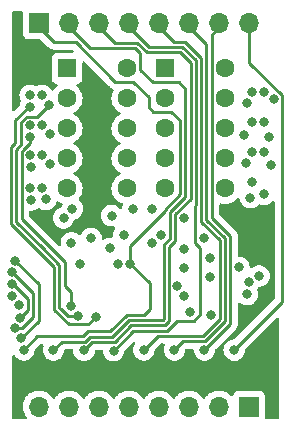
<source format=gbr>
%TF.GenerationSoftware,KiCad,Pcbnew,(6.0.9)*%
%TF.CreationDate,2022-11-24T13:48:04+01:00*%
%TF.ProjectId,8view,38766965-772e-46b6-9963-61645f706362,rev?*%
%TF.SameCoordinates,Original*%
%TF.FileFunction,Copper,L2,Inr*%
%TF.FilePolarity,Positive*%
%FSLAX46Y46*%
G04 Gerber Fmt 4.6, Leading zero omitted, Abs format (unit mm)*
G04 Created by KiCad (PCBNEW (6.0.9)) date 2022-11-24 13:48:04*
%MOMM*%
%LPD*%
G01*
G04 APERTURE LIST*
%TA.AperFunction,ComponentPad*%
%ADD10R,1.700000X1.700000*%
%TD*%
%TA.AperFunction,ComponentPad*%
%ADD11O,1.700000X1.700000*%
%TD*%
%TA.AperFunction,ComponentPad*%
%ADD12R,1.600000X1.600000*%
%TD*%
%TA.AperFunction,ComponentPad*%
%ADD13C,1.600000*%
%TD*%
%TA.AperFunction,ViaPad*%
%ADD14C,0.800000*%
%TD*%
%TA.AperFunction,Conductor*%
%ADD15C,0.250000*%
%TD*%
G04 APERTURE END LIST*
D10*
%TO.N,/in7*%
%TO.C,J2*%
X156195000Y-150819000D03*
D11*
%TO.N,/in6*%
X153655000Y-150819000D03*
%TO.N,/in5*%
X151115000Y-150819000D03*
%TO.N,/in4*%
X148575000Y-150819000D03*
%TO.N,/in3*%
X146035000Y-150819000D03*
%TO.N,/in2*%
X143495000Y-150819000D03*
%TO.N,/in1*%
X140955000Y-150819000D03*
%TO.N,/in0*%
X138415000Y-150819000D03*
%TD*%
D10*
%TO.N,/in0*%
%TO.C,J1*%
X138430000Y-118364000D03*
D11*
%TO.N,/in1*%
X140970000Y-118364000D03*
%TO.N,/in2*%
X143510000Y-118364000D03*
%TO.N,/in3*%
X146050000Y-118364000D03*
%TO.N,/in4*%
X148590000Y-118364000D03*
%TO.N,/in5*%
X151130000Y-118364000D03*
%TO.N,/in6*%
X153670000Y-118364000D03*
%TO.N,/in7*%
X156210000Y-118364000D03*
%TD*%
D12*
%TO.N,+5V*%
%TO.C,U2*%
X140788500Y-122174000D03*
D13*
%TO.N,Net-(R15-Pad2)*%
X140788500Y-124714000D03*
%TO.N,Net-(R16-Pad2)*%
X140788500Y-127254000D03*
%TO.N,Net-(R14-Pad2)*%
X140788500Y-129794000D03*
%TO.N,Net-(R13-Pad2)*%
X140788500Y-132334000D03*
%TO.N,+5V*%
X145868500Y-132334000D03*
%TO.N,Net-(R17-Pad2)*%
X145868500Y-129794000D03*
%TO.N,Net-(R12-Pad2)*%
X145868500Y-127254000D03*
%TO.N,Net-(R11-Pad2)*%
X145868500Y-124714000D03*
%TO.N,Net-(R10-Pad2)*%
X145868500Y-122174000D03*
%TD*%
D12*
%TO.N,+5V*%
%TO.C,U3*%
X149098000Y-122174000D03*
D13*
%TO.N,Net-(R23-Pad2)*%
X149098000Y-124714000D03*
%TO.N,Net-(R24-Pad2)*%
X149098000Y-127254000D03*
%TO.N,Net-(R22-Pad2)*%
X149098000Y-129794000D03*
%TO.N,Net-(R21-Pad2)*%
X149098000Y-132334000D03*
%TO.N,+5V*%
X154178000Y-132334000D03*
%TO.N,Net-(R25-Pad2)*%
X154178000Y-129794000D03*
%TO.N,Net-(R20-Pad2)*%
X154178000Y-127254000D03*
%TO.N,Net-(R19-Pad2)*%
X154178000Y-124714000D03*
%TO.N,Net-(R18-Pad2)*%
X154178000Y-122174000D03*
%TD*%
D14*
%TO.N,/in0*%
X146147700Y-138758772D03*
X137140000Y-146020000D03*
%TO.N,/in1*%
X139640000Y-146030000D03*
%TO.N,/in2*%
X142231701Y-146051701D03*
%TO.N,/in3*%
X144730000Y-146080000D03*
%TO.N,/in4*%
X147300000Y-146020000D03*
%TO.N,/in5*%
X149881701Y-146021701D03*
%TO.N,/in6*%
X152420000Y-146020000D03*
%TO.N,/in7*%
X154951701Y-146031701D03*
%TO.N,+5V*%
X136151005Y-141419546D03*
X141249137Y-134056502D03*
X152989002Y-143067003D03*
X148000000Y-137010000D03*
X145110000Y-138758772D03*
%TO.N,GND*%
X143554500Y-124023500D03*
X138176000Y-120650000D03*
X156095750Y-147459750D03*
%TO.N,Net-(R10-Pad2)*%
X137668000Y-124460000D03*
%TO.N,/ISP_MISO*%
X136761791Y-142210713D03*
X141931837Y-138758272D03*
X156040000Y-141320000D03*
%TO.N,/ISP_SCK*%
X136825989Y-143299509D03*
X156206399Y-140288199D03*
X136103158Y-140421190D03*
%TO.N,/ISP_MOSI*%
X141154502Y-136950000D03*
X136355935Y-144181583D03*
X136128003Y-139421997D03*
X157056175Y-139762002D03*
%TO.N,/ISP_RST*%
X136405500Y-138461789D03*
X155338502Y-139037502D03*
X136891292Y-145029494D03*
X140500000Y-134850000D03*
%TO.N,Net-(R11-Pad2)*%
X137668000Y-127000000D03*
%TO.N,Net-(R12-Pad2)*%
X137668000Y-129540000D03*
%TO.N,Net-(R13-Pad2)*%
X138684000Y-132334000D03*
%TO.N,Net-(R14-Pad2)*%
X138684000Y-129540000D03*
%TO.N,Net-(R15-Pad2)*%
X138684000Y-124460000D03*
%TO.N,Net-(R16-Pad2)*%
X138684000Y-127000000D03*
%TO.N,Net-(R17-Pad2)*%
X137668000Y-132334000D03*
%TO.N,Net-(R18-Pad2)*%
X157480000Y-124206000D03*
%TO.N,Net-(R19-Pad2)*%
X156464000Y-124206000D03*
%TO.N,Net-(R20-Pad2)*%
X156464000Y-126746000D03*
%TO.N,Net-(R21-Pad2)*%
X156464000Y-131826000D03*
%TO.N,Net-(R23-Pad2)*%
X157480000Y-126746000D03*
%TO.N,Net-(R24-Pad2)*%
X157480000Y-129286000D03*
%TO.N,Net-(R25-Pad2)*%
X156464000Y-129286000D03*
%TO.N,/D1_I1*%
X137670000Y-125470000D03*
X151243563Y-142819207D03*
X143250000Y-143205500D03*
%TO.N,/D1_I2*%
X141154502Y-142298664D03*
X137680000Y-128030000D03*
X150144500Y-140570501D03*
%TO.N,/D1_I3*%
X150734558Y-139045999D03*
X137764500Y-130534833D03*
%TO.N,/D1_I4*%
X138989589Y-133285641D03*
X152380000Y-136571498D03*
%TO.N,/D1_I5*%
X139320513Y-130310621D03*
X152913442Y-138245999D03*
%TO.N,/D1_I6*%
X139300000Y-125259500D03*
X141700511Y-143135850D03*
X150734558Y-141445999D03*
%TO.N,/D1_I7*%
X152913442Y-139846001D03*
X139369597Y-127727297D03*
%TO.N,/D1_I8*%
X137764500Y-133328833D03*
X150697686Y-137442467D03*
%TO.N,/D2_I1*%
X158282587Y-124801702D03*
X142830000Y-136571498D03*
%TO.N,/D2_I2*%
X144464242Y-137414597D03*
X156040000Y-125114500D03*
%TO.N,/D2_I3*%
X144560000Y-134650000D03*
X155750000Y-127799500D03*
%TO.N,/D2_I4*%
X146371573Y-134102199D03*
X156310000Y-133120000D03*
%TO.N,/D2_I5*%
X147965483Y-134091619D03*
X157480000Y-132844000D03*
%TO.N,/D2_I6*%
X157890000Y-127980000D03*
X145573999Y-136285442D03*
%TO.N,/D2_I7*%
X150710000Y-134860000D03*
X158101952Y-130398049D03*
%TO.N,/D2_I8*%
X155980000Y-130194500D03*
X148774001Y-136285442D03*
%TD*%
D15*
%TO.N,/in0*%
X142123604Y-144876701D02*
X138283299Y-144876701D01*
X149050000Y-134280000D02*
X149050000Y-134157208D01*
X142545305Y-144455000D02*
X142123604Y-144876701D01*
X147690000Y-125450000D02*
X147690000Y-124630000D01*
X149050000Y-134157208D02*
X150350000Y-132857208D01*
X147690000Y-124630000D02*
X146359000Y-123299000D01*
X147285000Y-143045000D02*
X145855812Y-143045000D01*
X146147700Y-138758772D02*
X146147700Y-137182300D01*
X146147700Y-137182300D02*
X149050000Y-134280000D01*
X144445812Y-144455000D02*
X142545305Y-144455000D01*
X150350000Y-126590000D02*
X149630000Y-125870000D01*
X141540000Y-119960000D02*
X139710000Y-119960000D01*
X149630000Y-125870000D02*
X148110000Y-125870000D01*
X138283299Y-144876701D02*
X137140000Y-146020000D01*
X150350000Y-132857208D02*
X150350000Y-126590000D01*
X146359000Y-123299000D02*
X144879000Y-123299000D01*
X146147700Y-138758772D02*
X147785080Y-140396152D01*
X139710000Y-119960000D02*
X138450000Y-118700000D01*
X147785080Y-140396152D02*
X147785080Y-142544920D01*
X147785080Y-142544920D02*
X147285000Y-143045000D01*
X144879000Y-123299000D02*
X141540000Y-119960000D01*
X145855812Y-143045000D02*
X144445812Y-144455000D01*
X148110000Y-125870000D02*
X147690000Y-125450000D01*
%TO.N,/in1*%
X148970000Y-137114748D02*
X149500000Y-136584748D01*
X146042208Y-143495000D02*
X148883604Y-143495000D01*
X142310000Y-145326701D02*
X142731701Y-144905000D01*
X148044000Y-123370000D02*
X146993500Y-122319500D01*
X142740000Y-120450000D02*
X140990000Y-118700000D01*
X146993500Y-122319500D02*
X146993500Y-120896292D01*
X150800000Y-133043604D02*
X150800000Y-123900000D01*
X149500000Y-134343604D02*
X150800000Y-133043604D01*
X140343299Y-145326701D02*
X142310000Y-145326701D01*
X149500000Y-136584748D02*
X149500000Y-134343604D01*
X144632208Y-144905000D02*
X146042208Y-143495000D01*
X150270000Y-123370000D02*
X148044000Y-123370000D01*
X146547208Y-120450000D02*
X142740000Y-120450000D01*
X139640000Y-146030000D02*
X140343299Y-145326701D01*
X148970000Y-143408604D02*
X148970000Y-137114748D01*
X150800000Y-123900000D02*
X150270000Y-123370000D01*
X146993500Y-120896292D02*
X146547208Y-120450000D01*
X148883604Y-143495000D02*
X148970000Y-143408604D01*
X142731701Y-144905000D02*
X144632208Y-144905000D01*
%TO.N,/in2*%
X146733604Y-120000000D02*
X144830000Y-120000000D01*
X144830000Y-120000000D02*
X143530000Y-118700000D01*
X142231701Y-146051701D02*
X142928402Y-145355000D01*
X147553604Y-120820000D02*
X146733604Y-120000000D01*
X149420000Y-137301144D02*
X149950000Y-136771144D01*
X144818604Y-145355000D02*
X146228604Y-143945000D01*
X146228604Y-143945000D02*
X149070000Y-143945000D01*
X149950000Y-136771144D02*
X149950000Y-134530000D01*
X149420000Y-143595000D02*
X149420000Y-137301144D01*
X149070000Y-143945000D02*
X149420000Y-143595000D01*
X142928402Y-145355000D02*
X144818604Y-145355000D01*
X150377208Y-120820000D02*
X147553604Y-120820000D01*
X151250000Y-121692792D02*
X150377208Y-120820000D01*
X149950000Y-134530000D02*
X151250000Y-133230000D01*
X151250000Y-133230000D02*
X151250000Y-121692792D01*
%TO.N,/in3*%
X150563604Y-120370000D02*
X147740000Y-120370000D01*
X147740000Y-120370000D02*
X146070000Y-118700000D01*
X152080000Y-137390000D02*
X151655000Y-136965000D01*
X150135793Y-143544207D02*
X151543868Y-143544207D01*
X151700000Y-121506396D02*
X150563604Y-120370000D01*
X152080000Y-143008075D02*
X152080000Y-137390000D01*
X144730000Y-146080000D02*
X146415000Y-144395000D01*
X151700000Y-133760000D02*
X151700000Y-121506396D01*
X151543868Y-143544207D02*
X152080000Y-143008075D01*
X146415000Y-144395000D02*
X149285000Y-144395000D01*
X149285000Y-144395000D02*
X150135793Y-143544207D01*
X151655000Y-133805000D02*
X151700000Y-133760000D01*
X151655000Y-136965000D02*
X151655000Y-133805000D01*
%TO.N,/in4*%
X152150000Y-135192792D02*
X152150000Y-121320000D01*
X149830000Y-119920000D02*
X148610000Y-118700000D01*
X152150000Y-121320000D02*
X150750000Y-119920000D01*
X147300000Y-146020000D02*
X148475000Y-144845000D01*
X153713502Y-143425102D02*
X153713502Y-136756294D01*
X153713502Y-136756294D02*
X152150000Y-135192792D01*
X152293604Y-144845000D02*
X153713502Y-143425102D01*
X150750000Y-119920000D02*
X149830000Y-119920000D01*
X148475000Y-144845000D02*
X152293604Y-144845000D01*
%TO.N,/in5*%
X152480000Y-145295000D02*
X154163502Y-143611498D01*
X150608402Y-145295000D02*
X152480000Y-145295000D01*
X152600000Y-120150000D02*
X151150000Y-118700000D01*
X149881701Y-146021701D02*
X150608402Y-145295000D01*
X152600000Y-135006396D02*
X152600000Y-120150000D01*
X154163502Y-136569898D02*
X152600000Y-135006396D01*
X154163502Y-143611498D02*
X154163502Y-136569898D01*
%TO.N,/in6*%
X153050000Y-134820000D02*
X153050000Y-119340000D01*
X154613502Y-143826498D02*
X154613502Y-136383502D01*
X152420000Y-146020000D02*
X154613502Y-143826498D01*
X153050000Y-119340000D02*
X153690000Y-118700000D01*
X154613502Y-136383502D02*
X153050000Y-134820000D01*
%TO.N,/in7*%
X159007587Y-141975815D02*
X159007587Y-124477587D01*
X156230000Y-121700000D02*
X156230000Y-118700000D01*
X159007587Y-124477587D02*
X156230000Y-121700000D01*
X154951701Y-146031701D02*
X159007587Y-141975815D01*
%TO.N,/ISP_SCK*%
X137486791Y-142638707D02*
X137486791Y-141730027D01*
X137486791Y-141730027D02*
X136177954Y-140421190D01*
X136177954Y-140421190D02*
X136103158Y-140421190D01*
X136825989Y-143299509D02*
X137486791Y-142638707D01*
%TO.N,/ISP_MOSI*%
X137936791Y-143214012D02*
X137936791Y-141229518D01*
X136129270Y-139421997D02*
X136128003Y-139421997D01*
X136969220Y-144181583D02*
X137936791Y-143214012D01*
X136355935Y-144181583D02*
X136969220Y-144181583D01*
X137936791Y-141229518D02*
X136129270Y-139421997D01*
%TO.N,/ISP_RST*%
X136891292Y-145029494D02*
X138386791Y-143533995D01*
X138386791Y-140443080D02*
X136405500Y-138461789D01*
X138386791Y-143533995D02*
X138386791Y-140443080D01*
%TO.N,/D1_I1*%
X137670000Y-125470000D02*
X137536299Y-125470000D01*
X140934454Y-143860850D02*
X142594650Y-143860850D01*
X136420000Y-126586299D02*
X136420000Y-128480000D01*
X142594650Y-143860850D02*
X143250000Y-143205500D01*
X139700000Y-138992792D02*
X139700000Y-142626396D01*
X136043000Y-135335792D02*
X139700000Y-138992792D01*
X136043000Y-128857000D02*
X136043000Y-135335792D01*
X136420000Y-128480000D02*
X136043000Y-128857000D01*
X137536299Y-125470000D02*
X136420000Y-126586299D01*
X139700000Y-142626396D02*
X140934454Y-143860850D01*
%TO.N,/D1_I2*%
X141154502Y-141136417D02*
X141154502Y-142298664D01*
X137680000Y-128030000D02*
X137680000Y-128502695D01*
X136943000Y-134963000D02*
X140600000Y-138620000D01*
X140600000Y-138620000D02*
X140600000Y-140581915D01*
X137680000Y-128502695D02*
X137071347Y-129111348D01*
X140600000Y-140581915D02*
X141154502Y-141136417D01*
X136943000Y-129239695D02*
X136943000Y-134963000D01*
X137071347Y-129111348D02*
X136943000Y-129239695D01*
%TO.N,/D1_I6*%
X138646802Y-137303198D02*
X140150000Y-138806396D01*
X136518149Y-129028150D02*
X136493000Y-129053299D01*
X140150000Y-142440000D02*
X140250000Y-142540000D01*
X138284500Y-126275000D02*
X137367695Y-126275000D01*
X136493000Y-129053299D02*
X136493000Y-131320000D01*
X136493000Y-131320000D02*
X136493000Y-135149396D01*
X140150000Y-138806396D02*
X140150000Y-139450000D01*
X136920000Y-128626299D02*
X136518149Y-129028150D01*
X136920000Y-126722695D02*
X136920000Y-127940000D01*
X139300000Y-125259500D02*
X138284500Y-126275000D01*
X140845850Y-143135850D02*
X141700511Y-143135850D01*
X136920000Y-127940000D02*
X136920000Y-128626299D01*
X140150000Y-139450000D02*
X140150000Y-142440000D01*
X136493000Y-135149396D02*
X138646802Y-137303198D01*
X137367695Y-126275000D02*
X136920000Y-126722695D01*
X140250000Y-142540000D02*
X140845850Y-143135850D01*
%TD*%
%TA.AperFunction,Conductor*%
%TO.N,GND*%
G36*
X155377865Y-133170677D02*
G01*
X155409268Y-133241516D01*
X155415185Y-133297812D01*
X155416458Y-133309928D01*
X155475473Y-133491556D01*
X155478776Y-133497278D01*
X155478777Y-133497279D01*
X155493550Y-133522866D01*
X155570960Y-133656944D01*
X155575378Y-133661851D01*
X155575379Y-133661852D01*
X155682846Y-133781206D01*
X155698747Y-133798866D01*
X155853248Y-133911118D01*
X155859276Y-133913802D01*
X155859278Y-133913803D01*
X156021681Y-133986109D01*
X156027712Y-133988794D01*
X156116653Y-134007699D01*
X156208056Y-134027128D01*
X156208061Y-134027128D01*
X156214513Y-134028500D01*
X156405487Y-134028500D01*
X156411939Y-134027128D01*
X156411944Y-134027128D01*
X156503347Y-134007699D01*
X156592288Y-133988794D01*
X156598319Y-133986109D01*
X156760722Y-133913803D01*
X156760724Y-133913802D01*
X156766752Y-133911118D01*
X156921253Y-133798866D01*
X156938390Y-133779834D01*
X156971670Y-133742872D01*
X156994433Y-133717592D01*
X157054877Y-133680352D01*
X157125861Y-133681704D01*
X157139317Y-133686795D01*
X157149281Y-133691231D01*
X157197712Y-133712794D01*
X157291113Y-133732647D01*
X157378056Y-133751128D01*
X157378061Y-133751128D01*
X157384513Y-133752500D01*
X157575487Y-133752500D01*
X157581939Y-133751128D01*
X157581944Y-133751128D01*
X157668887Y-133732647D01*
X157762288Y-133712794D01*
X157832118Y-133681704D01*
X157930722Y-133637803D01*
X157930724Y-133637802D01*
X157936752Y-133635118D01*
X157977174Y-133605750D01*
X158026782Y-133569707D01*
X158091253Y-133522866D01*
X158154453Y-133452675D01*
X158214896Y-133415437D01*
X158285880Y-133416789D01*
X158344865Y-133456302D01*
X158373123Y-133521433D01*
X158374087Y-133536987D01*
X158374087Y-141661221D01*
X158354085Y-141729342D01*
X158337182Y-141750316D01*
X155001201Y-145086296D01*
X154938889Y-145120322D01*
X154912106Y-145123201D01*
X154856214Y-145123201D01*
X154849762Y-145124573D01*
X154849757Y-145124573D01*
X154762813Y-145143054D01*
X154669413Y-145162907D01*
X154663383Y-145165592D01*
X154663382Y-145165592D01*
X154500979Y-145237898D01*
X154500977Y-145237899D01*
X154494949Y-145240583D01*
X154340448Y-145352835D01*
X154336027Y-145357745D01*
X154336026Y-145357746D01*
X154223197Y-145483056D01*
X154212661Y-145494757D01*
X154179028Y-145553011D01*
X154122948Y-145650145D01*
X154117174Y-145660145D01*
X154058159Y-145841773D01*
X154038197Y-146031701D01*
X154058159Y-146221629D01*
X154117174Y-146403257D01*
X154212661Y-146568645D01*
X154217079Y-146573552D01*
X154217080Y-146573553D01*
X154334940Y-146704450D01*
X154340448Y-146710567D01*
X154367976Y-146730567D01*
X154482540Y-146813803D01*
X154494949Y-146822819D01*
X154500977Y-146825503D01*
X154500979Y-146825504D01*
X154663382Y-146897810D01*
X154669413Y-146900495D01*
X154762813Y-146920348D01*
X154849757Y-146938829D01*
X154849762Y-146938829D01*
X154856214Y-146940201D01*
X155047188Y-146940201D01*
X155053640Y-146938829D01*
X155053645Y-146938829D01*
X155140589Y-146920348D01*
X155233989Y-146900495D01*
X155240020Y-146897810D01*
X155402423Y-146825504D01*
X155402425Y-146825503D01*
X155408453Y-146822819D01*
X155420863Y-146813803D01*
X155535426Y-146730567D01*
X155562954Y-146710567D01*
X155568462Y-146704450D01*
X155686322Y-146573553D01*
X155686323Y-146573552D01*
X155690741Y-146568645D01*
X155786228Y-146403257D01*
X155845243Y-146221629D01*
X155862608Y-146056407D01*
X155889621Y-145990751D01*
X155898823Y-145980483D01*
X158534405Y-143344902D01*
X158596717Y-143310876D01*
X158667533Y-143315941D01*
X158724368Y-143358488D01*
X158749179Y-143425008D01*
X158749500Y-143433997D01*
X158749500Y-151765500D01*
X158729498Y-151833621D01*
X158675842Y-151880114D01*
X158623500Y-151891500D01*
X157674987Y-151891500D01*
X157606866Y-151871498D01*
X157560373Y-151817842D01*
X157549724Y-151751892D01*
X157553131Y-151720531D01*
X157553500Y-151717134D01*
X157553500Y-149920866D01*
X157546745Y-149858684D01*
X157495615Y-149722295D01*
X157408261Y-149605739D01*
X157291705Y-149518385D01*
X157155316Y-149467255D01*
X157093134Y-149460500D01*
X155296866Y-149460500D01*
X155234684Y-149467255D01*
X155098295Y-149518385D01*
X154981739Y-149605739D01*
X154894385Y-149722295D01*
X154891233Y-149730703D01*
X154849919Y-149840907D01*
X154807277Y-149897671D01*
X154740716Y-149922371D01*
X154671367Y-149907163D01*
X154638743Y-149881476D01*
X154588151Y-149825875D01*
X154588142Y-149825866D01*
X154584670Y-149822051D01*
X154580619Y-149818852D01*
X154580615Y-149818848D01*
X154413414Y-149686800D01*
X154413410Y-149686798D01*
X154409359Y-149683598D01*
X154213789Y-149575638D01*
X154208920Y-149573914D01*
X154208916Y-149573912D01*
X154008087Y-149502795D01*
X154008083Y-149502794D01*
X154003212Y-149501069D01*
X153998119Y-149500162D01*
X153998116Y-149500161D01*
X153788373Y-149462800D01*
X153788367Y-149462799D01*
X153783284Y-149461894D01*
X153709452Y-149460992D01*
X153565081Y-149459228D01*
X153565079Y-149459228D01*
X153559911Y-149459165D01*
X153339091Y-149492955D01*
X153126756Y-149562357D01*
X152928607Y-149665507D01*
X152924474Y-149668610D01*
X152924471Y-149668612D01*
X152754100Y-149796530D01*
X152749965Y-149799635D01*
X152710525Y-149840907D01*
X152656280Y-149897671D01*
X152595629Y-149961138D01*
X152488201Y-150118621D01*
X152433293Y-150163621D01*
X152362768Y-150171792D01*
X152299021Y-150140538D01*
X152278324Y-150116054D01*
X152197822Y-149991617D01*
X152197820Y-149991614D01*
X152195014Y-149987277D01*
X152044670Y-149822051D01*
X152040619Y-149818852D01*
X152040615Y-149818848D01*
X151873414Y-149686800D01*
X151873410Y-149686798D01*
X151869359Y-149683598D01*
X151673789Y-149575638D01*
X151668920Y-149573914D01*
X151668916Y-149573912D01*
X151468087Y-149502795D01*
X151468083Y-149502794D01*
X151463212Y-149501069D01*
X151458119Y-149500162D01*
X151458116Y-149500161D01*
X151248373Y-149462800D01*
X151248367Y-149462799D01*
X151243284Y-149461894D01*
X151169452Y-149460992D01*
X151025081Y-149459228D01*
X151025079Y-149459228D01*
X151019911Y-149459165D01*
X150799091Y-149492955D01*
X150586756Y-149562357D01*
X150388607Y-149665507D01*
X150384474Y-149668610D01*
X150384471Y-149668612D01*
X150214100Y-149796530D01*
X150209965Y-149799635D01*
X150170525Y-149840907D01*
X150116280Y-149897671D01*
X150055629Y-149961138D01*
X149948201Y-150118621D01*
X149893293Y-150163621D01*
X149822768Y-150171792D01*
X149759021Y-150140538D01*
X149738324Y-150116054D01*
X149657822Y-149991617D01*
X149657820Y-149991614D01*
X149655014Y-149987277D01*
X149504670Y-149822051D01*
X149500619Y-149818852D01*
X149500615Y-149818848D01*
X149333414Y-149686800D01*
X149333410Y-149686798D01*
X149329359Y-149683598D01*
X149133789Y-149575638D01*
X149128920Y-149573914D01*
X149128916Y-149573912D01*
X148928087Y-149502795D01*
X148928083Y-149502794D01*
X148923212Y-149501069D01*
X148918119Y-149500162D01*
X148918116Y-149500161D01*
X148708373Y-149462800D01*
X148708367Y-149462799D01*
X148703284Y-149461894D01*
X148629452Y-149460992D01*
X148485081Y-149459228D01*
X148485079Y-149459228D01*
X148479911Y-149459165D01*
X148259091Y-149492955D01*
X148046756Y-149562357D01*
X147848607Y-149665507D01*
X147844474Y-149668610D01*
X147844471Y-149668612D01*
X147674100Y-149796530D01*
X147669965Y-149799635D01*
X147630525Y-149840907D01*
X147576280Y-149897671D01*
X147515629Y-149961138D01*
X147408201Y-150118621D01*
X147353293Y-150163621D01*
X147282768Y-150171792D01*
X147219021Y-150140538D01*
X147198324Y-150116054D01*
X147117822Y-149991617D01*
X147117820Y-149991614D01*
X147115014Y-149987277D01*
X146964670Y-149822051D01*
X146960619Y-149818852D01*
X146960615Y-149818848D01*
X146793414Y-149686800D01*
X146793410Y-149686798D01*
X146789359Y-149683598D01*
X146593789Y-149575638D01*
X146588920Y-149573914D01*
X146588916Y-149573912D01*
X146388087Y-149502795D01*
X146388083Y-149502794D01*
X146383212Y-149501069D01*
X146378119Y-149500162D01*
X146378116Y-149500161D01*
X146168373Y-149462800D01*
X146168367Y-149462799D01*
X146163284Y-149461894D01*
X146089452Y-149460992D01*
X145945081Y-149459228D01*
X145945079Y-149459228D01*
X145939911Y-149459165D01*
X145719091Y-149492955D01*
X145506756Y-149562357D01*
X145308607Y-149665507D01*
X145304474Y-149668610D01*
X145304471Y-149668612D01*
X145134100Y-149796530D01*
X145129965Y-149799635D01*
X145090525Y-149840907D01*
X145036280Y-149897671D01*
X144975629Y-149961138D01*
X144868201Y-150118621D01*
X144813293Y-150163621D01*
X144742768Y-150171792D01*
X144679021Y-150140538D01*
X144658324Y-150116054D01*
X144577822Y-149991617D01*
X144577820Y-149991614D01*
X144575014Y-149987277D01*
X144424670Y-149822051D01*
X144420619Y-149818852D01*
X144420615Y-149818848D01*
X144253414Y-149686800D01*
X144253410Y-149686798D01*
X144249359Y-149683598D01*
X144053789Y-149575638D01*
X144048920Y-149573914D01*
X144048916Y-149573912D01*
X143848087Y-149502795D01*
X143848083Y-149502794D01*
X143843212Y-149501069D01*
X143838119Y-149500162D01*
X143838116Y-149500161D01*
X143628373Y-149462800D01*
X143628367Y-149462799D01*
X143623284Y-149461894D01*
X143549452Y-149460992D01*
X143405081Y-149459228D01*
X143405079Y-149459228D01*
X143399911Y-149459165D01*
X143179091Y-149492955D01*
X142966756Y-149562357D01*
X142768607Y-149665507D01*
X142764474Y-149668610D01*
X142764471Y-149668612D01*
X142594100Y-149796530D01*
X142589965Y-149799635D01*
X142550525Y-149840907D01*
X142496280Y-149897671D01*
X142435629Y-149961138D01*
X142328201Y-150118621D01*
X142273293Y-150163621D01*
X142202768Y-150171792D01*
X142139021Y-150140538D01*
X142118324Y-150116054D01*
X142037822Y-149991617D01*
X142037820Y-149991614D01*
X142035014Y-149987277D01*
X141884670Y-149822051D01*
X141880619Y-149818852D01*
X141880615Y-149818848D01*
X141713414Y-149686800D01*
X141713410Y-149686798D01*
X141709359Y-149683598D01*
X141513789Y-149575638D01*
X141508920Y-149573914D01*
X141508916Y-149573912D01*
X141308087Y-149502795D01*
X141308083Y-149502794D01*
X141303212Y-149501069D01*
X141298119Y-149500162D01*
X141298116Y-149500161D01*
X141088373Y-149462800D01*
X141088367Y-149462799D01*
X141083284Y-149461894D01*
X141009452Y-149460992D01*
X140865081Y-149459228D01*
X140865079Y-149459228D01*
X140859911Y-149459165D01*
X140639091Y-149492955D01*
X140426756Y-149562357D01*
X140228607Y-149665507D01*
X140224474Y-149668610D01*
X140224471Y-149668612D01*
X140054100Y-149796530D01*
X140049965Y-149799635D01*
X140010525Y-149840907D01*
X139956280Y-149897671D01*
X139895629Y-149961138D01*
X139788201Y-150118621D01*
X139733293Y-150163621D01*
X139662768Y-150171792D01*
X139599021Y-150140538D01*
X139578324Y-150116054D01*
X139497822Y-149991617D01*
X139497820Y-149991614D01*
X139495014Y-149987277D01*
X139344670Y-149822051D01*
X139340619Y-149818852D01*
X139340615Y-149818848D01*
X139173414Y-149686800D01*
X139173410Y-149686798D01*
X139169359Y-149683598D01*
X138973789Y-149575638D01*
X138968920Y-149573914D01*
X138968916Y-149573912D01*
X138768087Y-149502795D01*
X138768083Y-149502794D01*
X138763212Y-149501069D01*
X138758119Y-149500162D01*
X138758116Y-149500161D01*
X138548373Y-149462800D01*
X138548367Y-149462799D01*
X138543284Y-149461894D01*
X138469452Y-149460992D01*
X138325081Y-149459228D01*
X138325079Y-149459228D01*
X138319911Y-149459165D01*
X138099091Y-149492955D01*
X137886756Y-149562357D01*
X137688607Y-149665507D01*
X137684474Y-149668610D01*
X137684471Y-149668612D01*
X137514100Y-149796530D01*
X137509965Y-149799635D01*
X137470525Y-149840907D01*
X137416280Y-149897671D01*
X137355629Y-149961138D01*
X137229743Y-150145680D01*
X137135688Y-150348305D01*
X137075989Y-150563570D01*
X137052251Y-150785695D01*
X137065110Y-151008715D01*
X137066247Y-151013761D01*
X137066248Y-151013767D01*
X137090304Y-151120508D01*
X137114222Y-151226639D01*
X137198266Y-151433616D01*
X137235685Y-151494678D01*
X137312291Y-151619688D01*
X137314987Y-151624088D01*
X137318366Y-151627989D01*
X137318372Y-151627997D01*
X137366020Y-151683003D01*
X137395503Y-151747588D01*
X137385388Y-151817860D01*
X137338887Y-151871509D01*
X137270783Y-151891500D01*
X136270500Y-151891500D01*
X136202379Y-151871498D01*
X136155886Y-151817842D01*
X136144500Y-151765500D01*
X136144500Y-146582980D01*
X136164502Y-146514859D01*
X136218158Y-146468366D01*
X136288432Y-146458262D01*
X136353012Y-146487756D01*
X136379618Y-146519979D01*
X136400960Y-146556944D01*
X136405378Y-146561851D01*
X136405379Y-146561852D01*
X136414383Y-146571852D01*
X136528747Y-146698866D01*
X136683248Y-146811118D01*
X136689276Y-146813802D01*
X136689278Y-146813803D01*
X136824041Y-146873803D01*
X136857712Y-146888794D01*
X136951113Y-146908647D01*
X137038056Y-146927128D01*
X137038061Y-146927128D01*
X137044513Y-146928500D01*
X137235487Y-146928500D01*
X137241939Y-146927128D01*
X137241944Y-146927128D01*
X137328887Y-146908647D01*
X137422288Y-146888794D01*
X137455959Y-146873803D01*
X137590722Y-146813803D01*
X137590724Y-146813802D01*
X137596752Y-146811118D01*
X137751253Y-146698866D01*
X137865617Y-146571852D01*
X137874621Y-146561852D01*
X137874622Y-146561851D01*
X137879040Y-146556944D01*
X137965449Y-146407279D01*
X137971223Y-146397279D01*
X137971224Y-146397278D01*
X137974527Y-146391556D01*
X138033542Y-146209928D01*
X138050907Y-146044707D01*
X138077920Y-145979051D01*
X138087122Y-145968782D01*
X138508800Y-145547105D01*
X138571112Y-145513080D01*
X138597895Y-145510201D01*
X138680216Y-145510201D01*
X138748337Y-145530203D01*
X138794830Y-145583859D01*
X138804934Y-145654133D01*
X138800049Y-145675137D01*
X138746458Y-145840072D01*
X138745768Y-145846633D01*
X138745768Y-145846635D01*
X138728237Y-146013435D01*
X138726496Y-146030000D01*
X138746458Y-146219928D01*
X138805473Y-146401556D01*
X138900960Y-146566944D01*
X138905378Y-146571851D01*
X138905379Y-146571852D01*
X139023239Y-146702749D01*
X139028747Y-146708866D01*
X139097566Y-146758866D01*
X139164143Y-146807237D01*
X139183248Y-146821118D01*
X139189276Y-146823802D01*
X139189278Y-146823803D01*
X139351681Y-146896109D01*
X139357712Y-146898794D01*
X139447175Y-146917810D01*
X139538056Y-146937128D01*
X139538061Y-146937128D01*
X139544513Y-146938500D01*
X139735487Y-146938500D01*
X139741939Y-146937128D01*
X139741944Y-146937128D01*
X139832825Y-146917810D01*
X139922288Y-146898794D01*
X139928319Y-146896109D01*
X140090722Y-146823803D01*
X140090724Y-146823802D01*
X140096752Y-146821118D01*
X140115858Y-146807237D01*
X140182434Y-146758866D01*
X140251253Y-146708866D01*
X140256761Y-146702749D01*
X140374621Y-146571852D01*
X140374622Y-146571851D01*
X140379040Y-146566944D01*
X140474527Y-146401556D01*
X140533542Y-146219928D01*
X140548981Y-146073030D01*
X140575994Y-146007374D01*
X140634215Y-145966744D01*
X140674291Y-145960201D01*
X141195129Y-145960201D01*
X141263250Y-145980203D01*
X141309743Y-146033859D01*
X141320439Y-146073030D01*
X141338159Y-146241629D01*
X141397174Y-146423257D01*
X141492661Y-146588645D01*
X141497079Y-146593552D01*
X141497080Y-146593553D01*
X141605936Y-146714450D01*
X141620448Y-146730567D01*
X141652639Y-146753955D01*
X141739739Y-146817237D01*
X141774949Y-146842819D01*
X141780977Y-146845503D01*
X141780979Y-146845504D01*
X141943382Y-146917810D01*
X141949413Y-146920495D01*
X142035667Y-146938829D01*
X142129757Y-146958829D01*
X142129762Y-146958829D01*
X142136214Y-146960201D01*
X142327188Y-146960201D01*
X142333640Y-146958829D01*
X142333645Y-146958829D01*
X142427735Y-146938829D01*
X142513989Y-146920495D01*
X142520020Y-146917810D01*
X142682423Y-146845504D01*
X142682425Y-146845503D01*
X142688453Y-146842819D01*
X142723664Y-146817237D01*
X142810763Y-146753955D01*
X142842954Y-146730567D01*
X142857466Y-146714450D01*
X142966322Y-146593553D01*
X142966323Y-146593552D01*
X142970741Y-146588645D01*
X143066228Y-146423257D01*
X143125243Y-146241629D01*
X143126686Y-146227907D01*
X143139989Y-146101329D01*
X143167002Y-146035673D01*
X143225224Y-145995043D01*
X143265299Y-145988500D01*
X143693428Y-145988500D01*
X143761549Y-146008502D01*
X143808042Y-146062158D01*
X143818738Y-146101330D01*
X143834144Y-146247907D01*
X143836458Y-146269928D01*
X143895473Y-146451556D01*
X143990960Y-146616944D01*
X143995378Y-146621851D01*
X143995379Y-146621852D01*
X144093266Y-146730567D01*
X144118747Y-146758866D01*
X144273248Y-146871118D01*
X144279276Y-146873802D01*
X144279278Y-146873803D01*
X144441681Y-146946109D01*
X144447712Y-146948794D01*
X144541113Y-146968647D01*
X144628056Y-146987128D01*
X144628061Y-146987128D01*
X144634513Y-146988500D01*
X144825487Y-146988500D01*
X144831939Y-146987128D01*
X144831944Y-146987128D01*
X144918887Y-146968647D01*
X145012288Y-146948794D01*
X145018319Y-146946109D01*
X145180722Y-146873803D01*
X145180724Y-146873802D01*
X145186752Y-146871118D01*
X145341253Y-146758866D01*
X145366734Y-146730567D01*
X145464621Y-146621852D01*
X145464622Y-146621851D01*
X145469040Y-146616944D01*
X145564527Y-146451556D01*
X145623542Y-146269928D01*
X145625857Y-146247907D01*
X145640907Y-146104707D01*
X145667920Y-146039050D01*
X145677113Y-146028791D01*
X146346085Y-145359819D01*
X146408396Y-145325795D01*
X146479212Y-145330860D01*
X146536047Y-145373407D01*
X146560858Y-145439927D01*
X146544298Y-145511915D01*
X146465473Y-145648444D01*
X146406458Y-145830072D01*
X146386496Y-146020000D01*
X146406458Y-146209928D01*
X146465473Y-146391556D01*
X146468776Y-146397278D01*
X146468777Y-146397279D01*
X146474551Y-146407279D01*
X146560960Y-146556944D01*
X146565378Y-146561851D01*
X146565379Y-146561852D01*
X146574383Y-146571852D01*
X146688747Y-146698866D01*
X146843248Y-146811118D01*
X146849276Y-146813802D01*
X146849278Y-146813803D01*
X146984041Y-146873803D01*
X147017712Y-146888794D01*
X147111113Y-146908647D01*
X147198056Y-146927128D01*
X147198061Y-146927128D01*
X147204513Y-146928500D01*
X147395487Y-146928500D01*
X147401939Y-146927128D01*
X147401944Y-146927128D01*
X147488887Y-146908647D01*
X147582288Y-146888794D01*
X147615959Y-146873803D01*
X147750722Y-146813803D01*
X147750724Y-146813802D01*
X147756752Y-146811118D01*
X147911253Y-146698866D01*
X148025617Y-146571852D01*
X148034621Y-146561852D01*
X148034622Y-146561851D01*
X148039040Y-146556944D01*
X148125449Y-146407279D01*
X148131223Y-146397279D01*
X148131224Y-146397278D01*
X148134527Y-146391556D01*
X148193542Y-146209928D01*
X148210907Y-146044707D01*
X148237920Y-145979051D01*
X148247122Y-145968782D01*
X148700501Y-145515404D01*
X148762813Y-145481379D01*
X148789596Y-145478500D01*
X148930328Y-145478500D01*
X148998449Y-145498502D01*
X149044942Y-145552158D01*
X149055046Y-145622432D01*
X149047062Y-145650109D01*
X149047174Y-145650145D01*
X149046080Y-145653510D01*
X149046075Y-145653527D01*
X149045134Y-145656425D01*
X149045133Y-145656426D01*
X149028259Y-145708360D01*
X148988159Y-145831773D01*
X148987469Y-145838334D01*
X148987469Y-145838336D01*
X148971450Y-145990751D01*
X148968197Y-146021701D01*
X148968887Y-146028266D01*
X148972651Y-146064074D01*
X148988159Y-146211629D01*
X149047174Y-146393257D01*
X149050477Y-146398979D01*
X149050478Y-146398980D01*
X149067799Y-146428980D01*
X149142661Y-146558645D01*
X149147079Y-146563552D01*
X149147080Y-146563553D01*
X149266026Y-146695656D01*
X149270448Y-146700567D01*
X149424949Y-146812819D01*
X149430977Y-146815503D01*
X149430979Y-146815504D01*
X149593382Y-146887810D01*
X149599413Y-146890495D01*
X149692814Y-146910348D01*
X149779757Y-146928829D01*
X149779762Y-146928829D01*
X149786214Y-146930201D01*
X149977188Y-146930201D01*
X149983640Y-146928829D01*
X149983645Y-146928829D01*
X150070588Y-146910348D01*
X150163989Y-146890495D01*
X150170020Y-146887810D01*
X150332423Y-146815504D01*
X150332425Y-146815503D01*
X150338453Y-146812819D01*
X150492954Y-146700567D01*
X150497376Y-146695656D01*
X150616322Y-146563553D01*
X150616323Y-146563552D01*
X150620741Y-146558645D01*
X150695603Y-146428980D01*
X150712924Y-146398980D01*
X150712925Y-146398979D01*
X150716228Y-146393257D01*
X150775243Y-146211629D01*
X150792608Y-146046407D01*
X150819621Y-145980751D01*
X150828823Y-145970483D01*
X150833901Y-145965405D01*
X150896213Y-145931379D01*
X150922996Y-145928500D01*
X151383428Y-145928500D01*
X151451549Y-145948502D01*
X151498042Y-146002158D01*
X151508738Y-146041329D01*
X151526458Y-146209928D01*
X151585473Y-146391556D01*
X151588776Y-146397278D01*
X151588777Y-146397279D01*
X151594551Y-146407279D01*
X151680960Y-146556944D01*
X151685378Y-146561851D01*
X151685379Y-146561852D01*
X151694383Y-146571852D01*
X151808747Y-146698866D01*
X151963248Y-146811118D01*
X151969276Y-146813802D01*
X151969278Y-146813803D01*
X152104041Y-146873803D01*
X152137712Y-146888794D01*
X152231113Y-146908647D01*
X152318056Y-146927128D01*
X152318061Y-146927128D01*
X152324513Y-146928500D01*
X152515487Y-146928500D01*
X152521939Y-146927128D01*
X152521944Y-146927128D01*
X152608887Y-146908647D01*
X152702288Y-146888794D01*
X152735959Y-146873803D01*
X152870722Y-146813803D01*
X152870724Y-146813802D01*
X152876752Y-146811118D01*
X153031253Y-146698866D01*
X153145617Y-146571852D01*
X153154621Y-146561852D01*
X153154622Y-146561851D01*
X153159040Y-146556944D01*
X153245449Y-146407279D01*
X153251223Y-146397279D01*
X153251224Y-146397278D01*
X153254527Y-146391556D01*
X153313542Y-146209928D01*
X153330907Y-146044706D01*
X153357920Y-145979050D01*
X153367122Y-145968782D01*
X155005749Y-144330155D01*
X155014039Y-144322611D01*
X155020520Y-144318498D01*
X155067161Y-144268830D01*
X155069915Y-144265989D01*
X155089636Y-144246268D01*
X155092114Y-144243073D01*
X155099820Y-144234051D01*
X155124660Y-144207599D01*
X155130088Y-144201819D01*
X155139848Y-144184066D01*
X155150701Y-144167543D01*
X155154472Y-144162681D01*
X155163115Y-144151539D01*
X155180678Y-144110955D01*
X155185885Y-144100325D01*
X155207197Y-144061558D01*
X155209168Y-144053881D01*
X155209170Y-144053876D01*
X155212234Y-144041940D01*
X155218640Y-144023228D01*
X155223535Y-144011917D01*
X155226683Y-144004643D01*
X155227923Y-143996815D01*
X155227925Y-143996808D01*
X155233601Y-143960974D01*
X155236007Y-143949354D01*
X155245030Y-143914209D01*
X155245030Y-143914208D01*
X155247002Y-143906528D01*
X155247002Y-143886274D01*
X155248553Y-143866563D01*
X155250482Y-143854384D01*
X155251722Y-143846555D01*
X155247561Y-143802536D01*
X155247002Y-143790679D01*
X155247002Y-142114109D01*
X155267004Y-142045988D01*
X155320660Y-141999495D01*
X155390934Y-141989391D01*
X155447062Y-142012172D01*
X155486972Y-142041169D01*
X155571329Y-142102458D01*
X155583248Y-142111118D01*
X155589276Y-142113802D01*
X155589278Y-142113803D01*
X155751681Y-142186109D01*
X155757712Y-142188794D01*
X155842536Y-142206824D01*
X155938056Y-142227128D01*
X155938061Y-142227128D01*
X155944513Y-142228500D01*
X156135487Y-142228500D01*
X156141939Y-142227128D01*
X156141944Y-142227128D01*
X156237464Y-142206824D01*
X156322288Y-142188794D01*
X156328319Y-142186109D01*
X156490722Y-142113803D01*
X156490724Y-142113802D01*
X156496752Y-142111118D01*
X156508672Y-142102458D01*
X156604956Y-142032503D01*
X156651253Y-141998866D01*
X156779040Y-141856944D01*
X156874527Y-141691556D01*
X156933542Y-141509928D01*
X156953504Y-141320000D01*
X156940525Y-141196508D01*
X156934232Y-141136635D01*
X156934232Y-141136633D01*
X156933542Y-141130072D01*
X156886371Y-140984896D01*
X156884343Y-140913929D01*
X156912568Y-140861650D01*
X156941020Y-140830051D01*
X156941021Y-140830050D01*
X156945439Y-140825143D01*
X156998348Y-140733502D01*
X157049730Y-140684509D01*
X157107467Y-140670502D01*
X157151662Y-140670502D01*
X157158114Y-140669130D01*
X157158119Y-140669130D01*
X157245063Y-140650649D01*
X157338463Y-140630796D01*
X157359001Y-140621652D01*
X157506897Y-140555805D01*
X157506899Y-140555804D01*
X157512927Y-140553120D01*
X157667428Y-140440868D01*
X157795215Y-140298946D01*
X157890702Y-140133558D01*
X157949717Y-139951930D01*
X157952330Y-139927075D01*
X157968989Y-139768567D01*
X157969679Y-139762002D01*
X157955641Y-139628438D01*
X157950407Y-139578637D01*
X157950407Y-139578635D01*
X157949717Y-139572074D01*
X157890702Y-139390446D01*
X157795215Y-139225058D01*
X157667428Y-139083136D01*
X157568332Y-139011138D01*
X157518269Y-138974765D01*
X157518268Y-138974764D01*
X157512927Y-138970884D01*
X157506899Y-138968200D01*
X157506897Y-138968199D01*
X157344494Y-138895893D01*
X157344493Y-138895893D01*
X157338463Y-138893208D01*
X157245062Y-138873355D01*
X157158119Y-138854874D01*
X157158114Y-138854874D01*
X157151662Y-138853502D01*
X156960688Y-138853502D01*
X156954236Y-138854874D01*
X156954231Y-138854874D01*
X156867288Y-138873355D01*
X156773887Y-138893208D01*
X156767857Y-138895893D01*
X156767856Y-138895893D01*
X156605453Y-138968199D01*
X156605451Y-138968200D01*
X156599423Y-138970884D01*
X156594082Y-138974764D01*
X156594081Y-138974765D01*
X156446707Y-139081839D01*
X156379839Y-139105697D01*
X156310688Y-139089617D01*
X156261208Y-139038703D01*
X156247336Y-138993073D01*
X156242673Y-138948700D01*
X156237922Y-138903501D01*
X156232734Y-138854137D01*
X156232734Y-138854135D01*
X156232044Y-138847574D01*
X156173029Y-138665946D01*
X156077542Y-138500558D01*
X156027211Y-138444659D01*
X155954177Y-138363547D01*
X155954176Y-138363546D01*
X155949755Y-138358636D01*
X155795254Y-138246384D01*
X155789226Y-138243700D01*
X155789224Y-138243699D01*
X155626821Y-138171393D01*
X155626820Y-138171393D01*
X155620790Y-138168708D01*
X155517308Y-138146712D01*
X155440446Y-138130374D01*
X155440441Y-138130374D01*
X155433989Y-138129002D01*
X155373002Y-138129002D01*
X155304881Y-138109000D01*
X155258388Y-138055344D01*
X155247002Y-138003002D01*
X155247002Y-136462270D01*
X155247529Y-136451087D01*
X155249204Y-136443594D01*
X155248680Y-136426902D01*
X155247064Y-136375504D01*
X155247002Y-136371546D01*
X155247002Y-136343646D01*
X155246498Y-136339655D01*
X155245565Y-136327813D01*
X155244890Y-136306311D01*
X155244176Y-136283613D01*
X155241964Y-136275999D01*
X155241963Y-136275994D01*
X155238525Y-136264161D01*
X155234514Y-136244797D01*
X155232969Y-136232566D01*
X155231976Y-136224705D01*
X155229059Y-136217338D01*
X155229058Y-136217333D01*
X155215700Y-136183594D01*
X155211856Y-136172367D01*
X155201732Y-136137524D01*
X155199520Y-136129909D01*
X155189209Y-136112474D01*
X155180514Y-136094726D01*
X155173054Y-136075885D01*
X155147066Y-136040115D01*
X155140550Y-136030195D01*
X155122082Y-135998967D01*
X155122080Y-135998964D01*
X155118044Y-135992140D01*
X155103723Y-135977819D01*
X155090882Y-135962785D01*
X155083633Y-135952808D01*
X155078974Y-135946395D01*
X155044897Y-135918204D01*
X155036118Y-135910214D01*
X153720405Y-134594500D01*
X153686379Y-134532188D01*
X153683500Y-134505405D01*
X153683500Y-133720364D01*
X153703502Y-133652243D01*
X153757158Y-133605750D01*
X153827432Y-133595646D01*
X153842102Y-133598655D01*
X153949913Y-133627543D01*
X154178000Y-133647498D01*
X154406087Y-133627543D01*
X154411400Y-133626119D01*
X154411402Y-133626119D01*
X154621933Y-133569707D01*
X154621935Y-133569706D01*
X154627243Y-133568284D01*
X154650299Y-133557533D01*
X154829762Y-133473849D01*
X154829767Y-133473846D01*
X154834749Y-133471523D01*
X154992792Y-133360860D01*
X155017789Y-133343357D01*
X155017792Y-133343355D01*
X155022300Y-133340198D01*
X155184198Y-133178300D01*
X155187351Y-133173797D01*
X155187440Y-133173691D01*
X155246551Y-133134367D01*
X155317539Y-133133243D01*
X155377865Y-133170677D01*
G37*
%TD.AperFunction*%
%TA.AperFunction,Conductor*%
G36*
X142305512Y-121621870D02*
G01*
X142312094Y-121627998D01*
X143434318Y-122750223D01*
X144375348Y-123691253D01*
X144382888Y-123699539D01*
X144387000Y-123706018D01*
X144392777Y-123711443D01*
X144436651Y-123752643D01*
X144439493Y-123755398D01*
X144459230Y-123775135D01*
X144462427Y-123777615D01*
X144471447Y-123785318D01*
X144503679Y-123815586D01*
X144510625Y-123819405D01*
X144510628Y-123819407D01*
X144521434Y-123825348D01*
X144537953Y-123836199D01*
X144553959Y-123848614D01*
X144561228Y-123851759D01*
X144561232Y-123851762D01*
X144594537Y-123866174D01*
X144605187Y-123871391D01*
X144643940Y-123892695D01*
X144651620Y-123894667D01*
X144658288Y-123897307D01*
X144714262Y-123940981D01*
X144737738Y-124007983D01*
X144726100Y-124067708D01*
X144646945Y-124237459D01*
X144634216Y-124264757D01*
X144632794Y-124270065D01*
X144632793Y-124270067D01*
X144581900Y-124460000D01*
X144574957Y-124485913D01*
X144555002Y-124714000D01*
X144574957Y-124942087D01*
X144576381Y-124947400D01*
X144576381Y-124947402D01*
X144629375Y-125145175D01*
X144634216Y-125163243D01*
X144636539Y-125168224D01*
X144636539Y-125168225D01*
X144728651Y-125365762D01*
X144728654Y-125365767D01*
X144730977Y-125370749D01*
X144744393Y-125389909D01*
X144856413Y-125549889D01*
X144862302Y-125558300D01*
X145024200Y-125720198D01*
X145028708Y-125723355D01*
X145028711Y-125723357D01*
X145077640Y-125757617D01*
X145211751Y-125851523D01*
X145216731Y-125853845D01*
X145216738Y-125853849D01*
X145250957Y-125869805D01*
X145304242Y-125916722D01*
X145323703Y-125984999D01*
X145303161Y-126052959D01*
X145250957Y-126098195D01*
X145216738Y-126114151D01*
X145216733Y-126114154D01*
X145211751Y-126116477D01*
X145115785Y-126183673D01*
X145028711Y-126244643D01*
X145028708Y-126244645D01*
X145024200Y-126247802D01*
X144862302Y-126409700D01*
X144859145Y-126414208D01*
X144859143Y-126414211D01*
X144824494Y-126463695D01*
X144730977Y-126597251D01*
X144728654Y-126602233D01*
X144728651Y-126602238D01*
X144646945Y-126777459D01*
X144634216Y-126804757D01*
X144632794Y-126810065D01*
X144632793Y-126810067D01*
X144598157Y-126939330D01*
X144574957Y-127025913D01*
X144555002Y-127254000D01*
X144574957Y-127482087D01*
X144576381Y-127487400D01*
X144576381Y-127487402D01*
X144608815Y-127608444D01*
X144634216Y-127703243D01*
X144636539Y-127708224D01*
X144636539Y-127708225D01*
X144728651Y-127905762D01*
X144728654Y-127905767D01*
X144730977Y-127910749D01*
X144862302Y-128098300D01*
X145024200Y-128260198D01*
X145028708Y-128263355D01*
X145028711Y-128263357D01*
X145063624Y-128287803D01*
X145211751Y-128391523D01*
X145216733Y-128393846D01*
X145216738Y-128393849D01*
X145250957Y-128409805D01*
X145304242Y-128456722D01*
X145323703Y-128524999D01*
X145303161Y-128592959D01*
X145250957Y-128638195D01*
X145216738Y-128654151D01*
X145216733Y-128654154D01*
X145211751Y-128656477D01*
X145190716Y-128671206D01*
X145028711Y-128784643D01*
X145028708Y-128784645D01*
X145024200Y-128787802D01*
X144862302Y-128949700D01*
X144859145Y-128954208D01*
X144859143Y-128954211D01*
X144820940Y-129008771D01*
X144730977Y-129137251D01*
X144728654Y-129142233D01*
X144728651Y-129142238D01*
X144646945Y-129317459D01*
X144634216Y-129344757D01*
X144632794Y-129350065D01*
X144632793Y-129350067D01*
X144585358Y-129527097D01*
X144574957Y-129565913D01*
X144555002Y-129794000D01*
X144574957Y-130022087D01*
X144576381Y-130027400D01*
X144576381Y-130027402D01*
X144589703Y-130077118D01*
X144634216Y-130243243D01*
X144636539Y-130248224D01*
X144636539Y-130248225D01*
X144728651Y-130445762D01*
X144728654Y-130445767D01*
X144730977Y-130450749D01*
X144862302Y-130638300D01*
X145024200Y-130800198D01*
X145028708Y-130803355D01*
X145028711Y-130803357D01*
X145101484Y-130854313D01*
X145211751Y-130931523D01*
X145216733Y-130933846D01*
X145216738Y-130933849D01*
X145250957Y-130949805D01*
X145304242Y-130996722D01*
X145323703Y-131064999D01*
X145303161Y-131132959D01*
X145250957Y-131178195D01*
X145216738Y-131194151D01*
X145216733Y-131194154D01*
X145211751Y-131196477D01*
X145115093Y-131264158D01*
X145028711Y-131324643D01*
X145028708Y-131324645D01*
X145024200Y-131327802D01*
X144862302Y-131489700D01*
X144859145Y-131494208D01*
X144859143Y-131494211D01*
X144825063Y-131542882D01*
X144730977Y-131677251D01*
X144728654Y-131682233D01*
X144728651Y-131682238D01*
X144644901Y-131861842D01*
X144634216Y-131884757D01*
X144632794Y-131890065D01*
X144632793Y-131890067D01*
X144589886Y-132050197D01*
X144574957Y-132105913D01*
X144555002Y-132334000D01*
X144574957Y-132562087D01*
X144576381Y-132567400D01*
X144576381Y-132567402D01*
X144624892Y-132748444D01*
X144634216Y-132783243D01*
X144636539Y-132788224D01*
X144636539Y-132788225D01*
X144728651Y-132985762D01*
X144728654Y-132985767D01*
X144730977Y-132990749D01*
X144782767Y-133064713D01*
X144859075Y-133173691D01*
X144862302Y-133178300D01*
X145024200Y-133340198D01*
X145028708Y-133343355D01*
X145028711Y-133343357D01*
X145053708Y-133360860D01*
X145211751Y-133471523D01*
X145216733Y-133473846D01*
X145216738Y-133473849D01*
X145396201Y-133557533D01*
X145419257Y-133568284D01*
X145447891Y-133575956D01*
X145508512Y-133612908D01*
X145539534Y-133676769D01*
X145535111Y-133736598D01*
X145478031Y-133912271D01*
X145470271Y-133986109D01*
X145470006Y-133988628D01*
X145442993Y-134054285D01*
X145384772Y-134094915D01*
X145313827Y-134097618D01*
X145251060Y-134059769D01*
X145171253Y-133971134D01*
X145016752Y-133858882D01*
X145010724Y-133856198D01*
X145010722Y-133856197D01*
X144848319Y-133783891D01*
X144848318Y-133783891D01*
X144842288Y-133781206D01*
X144748888Y-133761353D01*
X144661944Y-133742872D01*
X144661939Y-133742872D01*
X144655487Y-133741500D01*
X144464513Y-133741500D01*
X144458061Y-133742872D01*
X144458056Y-133742872D01*
X144371112Y-133761353D01*
X144277712Y-133781206D01*
X144271682Y-133783891D01*
X144271681Y-133783891D01*
X144109278Y-133856197D01*
X144109276Y-133856198D01*
X144103248Y-133858882D01*
X143948747Y-133971134D01*
X143944329Y-133976041D01*
X143944325Y-133976045D01*
X143873878Y-134054285D01*
X143820960Y-134113056D01*
X143725473Y-134278444D01*
X143666458Y-134460072D01*
X143665768Y-134466633D01*
X143665768Y-134466635D01*
X143665020Y-134473755D01*
X143646496Y-134650000D01*
X143647186Y-134656565D01*
X143659756Y-134776158D01*
X143666458Y-134839928D01*
X143725473Y-135021556D01*
X143820960Y-135186944D01*
X143825378Y-135191851D01*
X143825379Y-135191852D01*
X143846466Y-135215271D01*
X143948747Y-135328866D01*
X144047843Y-135400864D01*
X144073264Y-135419333D01*
X144103248Y-135441118D01*
X144109276Y-135443802D01*
X144109278Y-135443803D01*
X144222751Y-135494324D01*
X144277712Y-135518794D01*
X144343365Y-135532749D01*
X144458056Y-135557128D01*
X144458061Y-135557128D01*
X144464513Y-135558500D01*
X144655487Y-135558500D01*
X144661939Y-135557128D01*
X144661944Y-135557128D01*
X144710931Y-135546715D01*
X144781722Y-135552117D01*
X144838354Y-135594934D01*
X144862848Y-135661572D01*
X144847427Y-135730873D01*
X144839247Y-135743736D01*
X144834959Y-135748498D01*
X144828124Y-135760337D01*
X144750665Y-135894500D01*
X144739472Y-135913886D01*
X144680457Y-136095514D01*
X144679767Y-136102075D01*
X144679767Y-136102077D01*
X144666052Y-136232566D01*
X144660495Y-136285442D01*
X144661185Y-136292007D01*
X144669059Y-136366927D01*
X144656287Y-136436765D01*
X144607784Y-136488612D01*
X144543749Y-136506097D01*
X144368755Y-136506097D01*
X144362303Y-136507469D01*
X144362298Y-136507469D01*
X144275354Y-136525950D01*
X144181954Y-136545803D01*
X144175924Y-136548488D01*
X144175923Y-136548488D01*
X144013520Y-136620794D01*
X144013518Y-136620795D01*
X144007490Y-136623479D01*
X144002149Y-136627359D01*
X144002148Y-136627360D01*
X143942875Y-136670425D01*
X143876008Y-136694283D01*
X143806856Y-136678203D01*
X143757376Y-136627290D01*
X143743558Y-136571492D01*
X143743504Y-136571498D01*
X143743463Y-136571111D01*
X143735466Y-136495023D01*
X143724232Y-136388133D01*
X143724232Y-136388131D01*
X143723542Y-136381570D01*
X143664527Y-136199942D01*
X143655089Y-136183594D01*
X143614027Y-136112474D01*
X143569040Y-136034554D01*
X143441253Y-135892632D01*
X143286752Y-135780380D01*
X143280724Y-135777696D01*
X143280722Y-135777695D01*
X143118319Y-135705389D01*
X143118318Y-135705389D01*
X143112288Y-135702704D01*
X143018888Y-135682851D01*
X142931944Y-135664370D01*
X142931939Y-135664370D01*
X142925487Y-135662998D01*
X142734513Y-135662998D01*
X142728061Y-135664370D01*
X142728056Y-135664370D01*
X142641112Y-135682851D01*
X142547712Y-135702704D01*
X142541682Y-135705389D01*
X142541681Y-135705389D01*
X142379278Y-135777695D01*
X142379276Y-135777696D01*
X142373248Y-135780380D01*
X142218747Y-135892632D01*
X142090960Y-136034554D01*
X142045973Y-136112474D01*
X142004912Y-136183594D01*
X141995473Y-136199942D01*
X141993432Y-136206224D01*
X141993431Y-136206226D01*
X141985000Y-136232175D01*
X141944927Y-136290781D01*
X141879530Y-136318418D01*
X141809574Y-136306311D01*
X141775201Y-136280324D01*
X141775079Y-136280459D01*
X141773508Y-136279044D01*
X141771533Y-136277552D01*
X141765755Y-136271134D01*
X141645267Y-136183594D01*
X141616596Y-136162763D01*
X141616595Y-136162762D01*
X141611254Y-136158882D01*
X141605226Y-136156198D01*
X141605224Y-136156197D01*
X141442821Y-136083891D01*
X141442820Y-136083891D01*
X141436790Y-136081206D01*
X141343389Y-136061353D01*
X141256446Y-136042872D01*
X141256441Y-136042872D01*
X141249989Y-136041500D01*
X141059015Y-136041500D01*
X141052563Y-136042872D01*
X141052558Y-136042872D01*
X140965615Y-136061353D01*
X140872214Y-136081206D01*
X140866184Y-136083891D01*
X140866183Y-136083891D01*
X140703780Y-136156197D01*
X140703778Y-136156198D01*
X140697750Y-136158882D01*
X140692409Y-136162762D01*
X140692408Y-136162763D01*
X140663737Y-136183594D01*
X140543249Y-136271134D01*
X140538828Y-136276044D01*
X140538827Y-136276045D01*
X140481552Y-136339656D01*
X140415462Y-136413056D01*
X140387048Y-136462270D01*
X140325275Y-136569265D01*
X140319975Y-136578444D01*
X140260960Y-136760072D01*
X140240998Y-136950000D01*
X140252558Y-137059984D01*
X140239786Y-137129820D01*
X140191284Y-137181667D01*
X140122451Y-137199062D01*
X140055142Y-137176481D01*
X140038153Y-137162248D01*
X137613405Y-134737500D01*
X137579379Y-134675188D01*
X137576500Y-134648405D01*
X137576500Y-134363333D01*
X137596502Y-134295212D01*
X137650158Y-134248719D01*
X137702500Y-134237333D01*
X137859987Y-134237333D01*
X137866439Y-134235961D01*
X137866444Y-134235961D01*
X137953388Y-134217480D01*
X138046788Y-134197627D01*
X138054618Y-134194141D01*
X138215222Y-134122636D01*
X138215224Y-134122635D01*
X138221252Y-134119951D01*
X138237498Y-134108148D01*
X138311633Y-134054285D01*
X138332708Y-134038973D01*
X138399575Y-134015115D01*
X138468727Y-134031195D01*
X138480827Y-134038972D01*
X138532837Y-134076759D01*
X138538865Y-134079443D01*
X138538867Y-134079444D01*
X138701270Y-134151750D01*
X138707301Y-134154435D01*
X138800702Y-134174288D01*
X138887645Y-134192769D01*
X138887650Y-134192769D01*
X138894102Y-134194141D01*
X139085076Y-134194141D01*
X139091528Y-134192769D01*
X139091533Y-134192769D01*
X139178476Y-134174288D01*
X139271877Y-134154435D01*
X139277908Y-134151750D01*
X139440311Y-134079444D01*
X139440313Y-134079443D01*
X139446341Y-134076759D01*
X139465187Y-134063067D01*
X139509054Y-134031195D01*
X139600842Y-133964507D01*
X139605264Y-133959596D01*
X139724210Y-133827493D01*
X139724211Y-133827492D01*
X139728629Y-133822585D01*
X139793567Y-133710109D01*
X139820812Y-133662920D01*
X139820813Y-133662919D01*
X139824116Y-133657197D01*
X139877663Y-133492396D01*
X139917737Y-133433792D01*
X139983133Y-133406155D01*
X140053090Y-133418262D01*
X140069765Y-133428120D01*
X140131751Y-133471523D01*
X140136733Y-133473846D01*
X140136738Y-133473849D01*
X140336583Y-133567037D01*
X140389868Y-133613954D01*
X140409329Y-133682231D01*
X140403167Y-133720164D01*
X140355595Y-133866574D01*
X140354905Y-133873137D01*
X140354351Y-133875745D01*
X140320621Y-133938217D01*
X140257302Y-133972791D01*
X140217712Y-133981206D01*
X140211682Y-133983891D01*
X140211681Y-133983891D01*
X140049278Y-134056197D01*
X140049276Y-134056198D01*
X140043248Y-134058882D01*
X140037907Y-134062762D01*
X140037906Y-134062763D01*
X140014947Y-134079444D01*
X139888747Y-134171134D01*
X139884326Y-134176044D01*
X139884325Y-134176045D01*
X139779805Y-134292127D01*
X139760960Y-134313056D01*
X139665473Y-134478444D01*
X139606458Y-134660072D01*
X139586496Y-134850000D01*
X139587186Y-134856565D01*
X139605129Y-135027279D01*
X139606458Y-135039928D01*
X139665473Y-135221556D01*
X139760960Y-135386944D01*
X139765378Y-135391851D01*
X139765379Y-135391852D01*
X139879678Y-135518794D01*
X139888747Y-135528866D01*
X140043248Y-135641118D01*
X140049276Y-135643802D01*
X140049278Y-135643803D01*
X140210960Y-135715788D01*
X140217712Y-135718794D01*
X140311112Y-135738647D01*
X140398056Y-135757128D01*
X140398061Y-135757128D01*
X140404513Y-135758500D01*
X140595487Y-135758500D01*
X140601939Y-135757128D01*
X140601944Y-135757128D01*
X140688888Y-135738647D01*
X140782288Y-135718794D01*
X140789040Y-135715788D01*
X140950722Y-135643803D01*
X140950724Y-135643802D01*
X140956752Y-135641118D01*
X141111253Y-135528866D01*
X141120322Y-135518794D01*
X141234621Y-135391852D01*
X141234622Y-135391851D01*
X141239040Y-135386944D01*
X141334527Y-135221556D01*
X141393542Y-135039928D01*
X141394232Y-135033363D01*
X141394786Y-135030757D01*
X141428516Y-134968285D01*
X141491835Y-134933711D01*
X141531425Y-134925296D01*
X141597221Y-134896002D01*
X141699859Y-134850305D01*
X141699861Y-134850304D01*
X141705889Y-134847620D01*
X141752217Y-134813961D01*
X141797494Y-134781065D01*
X141860390Y-134735368D01*
X141916074Y-134673525D01*
X141983758Y-134598354D01*
X141983759Y-134598353D01*
X141988177Y-134593446D01*
X142083664Y-134428058D01*
X142142679Y-134246430D01*
X142143780Y-134235961D01*
X142161951Y-134063067D01*
X142162641Y-134056502D01*
X142155507Y-133988628D01*
X142143369Y-133873137D01*
X142143369Y-133873135D01*
X142142679Y-133866574D01*
X142083664Y-133684946D01*
X141988177Y-133519558D01*
X141947021Y-133473849D01*
X141864812Y-133382547D01*
X141864811Y-133382546D01*
X141860390Y-133377636D01*
X141824509Y-133351567D01*
X141781155Y-133295345D01*
X141775080Y-133224609D01*
X141795357Y-133177361D01*
X141922863Y-132995263D01*
X141922867Y-132995257D01*
X141926023Y-132990749D01*
X141928346Y-132985767D01*
X141928349Y-132985762D01*
X142020461Y-132788225D01*
X142020461Y-132788224D01*
X142022784Y-132783243D01*
X142032109Y-132748444D01*
X142080619Y-132567402D01*
X142080619Y-132567400D01*
X142082043Y-132562087D01*
X142101998Y-132334000D01*
X142082043Y-132105913D01*
X142067114Y-132050197D01*
X142024207Y-131890067D01*
X142024206Y-131890065D01*
X142022784Y-131884757D01*
X142012099Y-131861842D01*
X141928349Y-131682238D01*
X141928346Y-131682233D01*
X141926023Y-131677251D01*
X141831937Y-131542882D01*
X141797857Y-131494211D01*
X141797855Y-131494208D01*
X141794698Y-131489700D01*
X141632800Y-131327802D01*
X141628292Y-131324645D01*
X141628289Y-131324643D01*
X141541907Y-131264158D01*
X141445249Y-131196477D01*
X141440267Y-131194154D01*
X141440262Y-131194151D01*
X141406043Y-131178195D01*
X141352758Y-131131278D01*
X141333297Y-131063001D01*
X141353839Y-130995041D01*
X141406043Y-130949805D01*
X141440262Y-130933849D01*
X141440267Y-130933846D01*
X141445249Y-130931523D01*
X141555516Y-130854313D01*
X141628289Y-130803357D01*
X141628292Y-130803355D01*
X141632800Y-130800198D01*
X141794698Y-130638300D01*
X141926023Y-130450749D01*
X141928346Y-130445767D01*
X141928349Y-130445762D01*
X142020461Y-130248225D01*
X142020461Y-130248224D01*
X142022784Y-130243243D01*
X142067298Y-130077118D01*
X142080619Y-130027402D01*
X142080619Y-130027400D01*
X142082043Y-130022087D01*
X142101998Y-129794000D01*
X142082043Y-129565913D01*
X142071642Y-129527097D01*
X142024207Y-129350067D01*
X142024206Y-129350065D01*
X142022784Y-129344757D01*
X142010055Y-129317459D01*
X141928349Y-129142238D01*
X141928346Y-129142233D01*
X141926023Y-129137251D01*
X141836060Y-129008771D01*
X141797857Y-128954211D01*
X141797855Y-128954208D01*
X141794698Y-128949700D01*
X141632800Y-128787802D01*
X141628292Y-128784645D01*
X141628289Y-128784643D01*
X141466284Y-128671206D01*
X141445249Y-128656477D01*
X141440267Y-128654154D01*
X141440262Y-128654151D01*
X141406043Y-128638195D01*
X141352758Y-128591278D01*
X141333297Y-128523001D01*
X141353839Y-128455041D01*
X141406043Y-128409805D01*
X141440262Y-128393849D01*
X141440267Y-128393846D01*
X141445249Y-128391523D01*
X141593376Y-128287803D01*
X141628289Y-128263357D01*
X141628292Y-128263355D01*
X141632800Y-128260198D01*
X141794698Y-128098300D01*
X141926023Y-127910749D01*
X141928346Y-127905767D01*
X141928349Y-127905762D01*
X142020461Y-127708225D01*
X142020461Y-127708224D01*
X142022784Y-127703243D01*
X142048186Y-127608444D01*
X142080619Y-127487402D01*
X142080619Y-127487400D01*
X142082043Y-127482087D01*
X142101998Y-127254000D01*
X142082043Y-127025913D01*
X142058843Y-126939330D01*
X142024207Y-126810067D01*
X142024206Y-126810065D01*
X142022784Y-126804757D01*
X142010055Y-126777459D01*
X141928349Y-126602238D01*
X141928346Y-126602233D01*
X141926023Y-126597251D01*
X141832506Y-126463695D01*
X141797857Y-126414211D01*
X141797855Y-126414208D01*
X141794698Y-126409700D01*
X141632800Y-126247802D01*
X141628292Y-126244645D01*
X141628289Y-126244643D01*
X141541215Y-126183673D01*
X141445249Y-126116477D01*
X141440267Y-126114154D01*
X141440262Y-126114151D01*
X141406043Y-126098195D01*
X141352758Y-126051278D01*
X141333297Y-125983001D01*
X141353839Y-125915041D01*
X141406043Y-125869805D01*
X141440262Y-125853849D01*
X141440269Y-125853845D01*
X141445249Y-125851523D01*
X141579360Y-125757617D01*
X141628289Y-125723357D01*
X141628292Y-125723355D01*
X141632800Y-125720198D01*
X141794698Y-125558300D01*
X141800588Y-125549889D01*
X141912607Y-125389909D01*
X141926023Y-125370749D01*
X141928346Y-125365767D01*
X141928349Y-125365762D01*
X142020461Y-125168225D01*
X142020461Y-125168224D01*
X142022784Y-125163243D01*
X142027626Y-125145175D01*
X142080619Y-124947402D01*
X142080619Y-124947400D01*
X142082043Y-124942087D01*
X142101998Y-124714000D01*
X142082043Y-124485913D01*
X142075100Y-124460000D01*
X142024207Y-124270067D01*
X142024206Y-124270065D01*
X142022784Y-124264757D01*
X142010055Y-124237459D01*
X141928349Y-124062238D01*
X141928346Y-124062233D01*
X141926023Y-124057251D01*
X141836060Y-123928771D01*
X141797857Y-123874211D01*
X141797855Y-123874208D01*
X141794698Y-123869700D01*
X141632800Y-123707802D01*
X141628289Y-123704643D01*
X141624076Y-123701108D01*
X141625027Y-123699974D01*
X141585029Y-123649929D01*
X141577724Y-123579310D01*
X141609758Y-123515951D01*
X141670962Y-123479970D01*
X141688017Y-123476918D01*
X141698816Y-123475745D01*
X141835205Y-123424615D01*
X141951761Y-123337261D01*
X142039115Y-123220705D01*
X142090245Y-123084316D01*
X142097000Y-123022134D01*
X142097000Y-121717094D01*
X142117002Y-121648973D01*
X142170658Y-121602480D01*
X142240932Y-121592376D01*
X142305512Y-121621870D01*
G37*
%TD.AperFunction*%
%TA.AperFunction,Conductor*%
G36*
X137013621Y-117368502D02*
G01*
X137060114Y-117422158D01*
X137071500Y-117474500D01*
X137071500Y-119262134D01*
X137078255Y-119324316D01*
X137129385Y-119460705D01*
X137216739Y-119577261D01*
X137333295Y-119664615D01*
X137469684Y-119715745D01*
X137531866Y-119722500D01*
X138524405Y-119722500D01*
X138592526Y-119742502D01*
X138613501Y-119759405D01*
X139206353Y-120352258D01*
X139213887Y-120360537D01*
X139218000Y-120367018D01*
X139267651Y-120413643D01*
X139270493Y-120416398D01*
X139290230Y-120436135D01*
X139293427Y-120438615D01*
X139302447Y-120446318D01*
X139334679Y-120476586D01*
X139341625Y-120480405D01*
X139341628Y-120480407D01*
X139352434Y-120486348D01*
X139368953Y-120497199D01*
X139384959Y-120509614D01*
X139392228Y-120512759D01*
X139392232Y-120512762D01*
X139425537Y-120527174D01*
X139436187Y-120532391D01*
X139474940Y-120553695D01*
X139482615Y-120555666D01*
X139482616Y-120555666D01*
X139494562Y-120558733D01*
X139513267Y-120565137D01*
X139531855Y-120573181D01*
X139539678Y-120574420D01*
X139539688Y-120574423D01*
X139575524Y-120580099D01*
X139587144Y-120582505D01*
X139622289Y-120591528D01*
X139629970Y-120593500D01*
X139650224Y-120593500D01*
X139669934Y-120595051D01*
X139689943Y-120598220D01*
X139697835Y-120597474D01*
X139733961Y-120594059D01*
X139745819Y-120593500D01*
X141225406Y-120593500D01*
X141293527Y-120613502D01*
X141314501Y-120630405D01*
X141334501Y-120650405D01*
X141368527Y-120712717D01*
X141363462Y-120783532D01*
X141320915Y-120840368D01*
X141254395Y-120865179D01*
X141245406Y-120865500D01*
X139940366Y-120865500D01*
X139878184Y-120872255D01*
X139741795Y-120923385D01*
X139625239Y-121010739D01*
X139537885Y-121127295D01*
X139486755Y-121263684D01*
X139480000Y-121325866D01*
X139480000Y-123022134D01*
X139486755Y-123084316D01*
X139537885Y-123220705D01*
X139625239Y-123337261D01*
X139741795Y-123424615D01*
X139878184Y-123475745D01*
X139888974Y-123476917D01*
X139891106Y-123477803D01*
X139893722Y-123478425D01*
X139893621Y-123478848D01*
X139954535Y-123504155D01*
X139994963Y-123562517D01*
X139997422Y-123633471D01*
X139961129Y-123694490D01*
X139952469Y-123701489D01*
X139948707Y-123704646D01*
X139944200Y-123707802D01*
X139782302Y-123869700D01*
X139779145Y-123874208D01*
X139779143Y-123874211D01*
X139681955Y-124013010D01*
X139626498Y-124057338D01*
X139555878Y-124064647D01*
X139492518Y-124032616D01*
X139469623Y-124003740D01*
X139433389Y-123940981D01*
X139423040Y-123923056D01*
X139402460Y-123900199D01*
X139299675Y-123786045D01*
X139299674Y-123786044D01*
X139295253Y-123781134D01*
X139140752Y-123668882D01*
X139134724Y-123666198D01*
X139134722Y-123666197D01*
X138972319Y-123593891D01*
X138972318Y-123593891D01*
X138966288Y-123591206D01*
X138872888Y-123571353D01*
X138785944Y-123552872D01*
X138785939Y-123552872D01*
X138779487Y-123551500D01*
X138588513Y-123551500D01*
X138582061Y-123552872D01*
X138582056Y-123552872D01*
X138495112Y-123571353D01*
X138401712Y-123591206D01*
X138227248Y-123668882D01*
X138156882Y-123678316D01*
X138124753Y-123668882D01*
X138124752Y-123668882D01*
X137950288Y-123591206D01*
X137856888Y-123571353D01*
X137769944Y-123552872D01*
X137769939Y-123552872D01*
X137763487Y-123551500D01*
X137572513Y-123551500D01*
X137566061Y-123552872D01*
X137566056Y-123552872D01*
X137479112Y-123571353D01*
X137385712Y-123591206D01*
X137379682Y-123593891D01*
X137379681Y-123593891D01*
X137217278Y-123666197D01*
X137217276Y-123666198D01*
X137211248Y-123668882D01*
X137056747Y-123781134D01*
X137052326Y-123786044D01*
X137052325Y-123786045D01*
X136949541Y-123900199D01*
X136928960Y-123923056D01*
X136918611Y-123940981D01*
X136859150Y-124043971D01*
X136833473Y-124088444D01*
X136774458Y-124270072D01*
X136754496Y-124460000D01*
X136774458Y-124649928D01*
X136833473Y-124831556D01*
X136836776Y-124837278D01*
X136836777Y-124837279D01*
X136875144Y-124903732D01*
X136891882Y-124972727D01*
X136875144Y-125029732D01*
X136850678Y-125072109D01*
X136835473Y-125098444D01*
X136776458Y-125280072D01*
X136775768Y-125286635D01*
X136775768Y-125286636D01*
X136774796Y-125295886D01*
X136747784Y-125361543D01*
X136738581Y-125371813D01*
X136359595Y-125750799D01*
X136297283Y-125784825D01*
X136226468Y-125779760D01*
X136169632Y-125737213D01*
X136144821Y-125670693D01*
X136144500Y-125661704D01*
X136144500Y-117474500D01*
X136164502Y-117406379D01*
X136218158Y-117359886D01*
X136270500Y-117348500D01*
X136945500Y-117348500D01*
X137013621Y-117368502D01*
G37*
%TD.AperFunction*%
%TD*%
M02*

</source>
